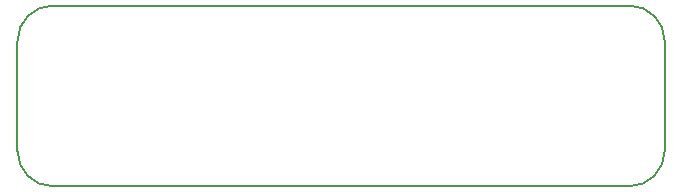
<source format=gbr>
%TF.GenerationSoftware,KiCad,Pcbnew,9.0.3*%
%TF.CreationDate,2025-10-12T18:36:48-05:00*%
%TF.ProjectId,MPPT-IOBreakoutPCB,4d505054-2d49-44f4-9272-65616b6f7574,rev?*%
%TF.SameCoordinates,Original*%
%TF.FileFunction,Profile,NP*%
%FSLAX46Y46*%
G04 Gerber Fmt 4.6, Leading zero omitted, Abs format (unit mm)*
G04 Created by KiCad (PCBNEW 9.0.3) date 2025-10-12 18:36:48*
%MOMM*%
%LPD*%
G01*
G04 APERTURE LIST*
%TA.AperFunction,Profile*%
%ADD10C,0.200000*%
%TD*%
G04 APERTURE END LIST*
D10*
X157000000Y-93300000D02*
G75*
G02*
X154000000Y-96300000I-3000000J0D01*
G01*
X102200000Y-84000000D02*
G75*
G02*
X105200000Y-81000000I3000000J0D01*
G01*
X157000000Y-84000000D02*
X157000000Y-93300000D01*
X105200000Y-81000000D02*
X154000000Y-81000000D01*
X154000000Y-96300000D02*
X105200000Y-96300000D01*
X154000000Y-81000000D02*
G75*
G02*
X157000000Y-84000000I0J-3000000D01*
G01*
X105200000Y-96300000D02*
G75*
G02*
X102200000Y-93300000I0J3000000D01*
G01*
X102200000Y-93300000D02*
X102200000Y-84000000D01*
M02*

</source>
